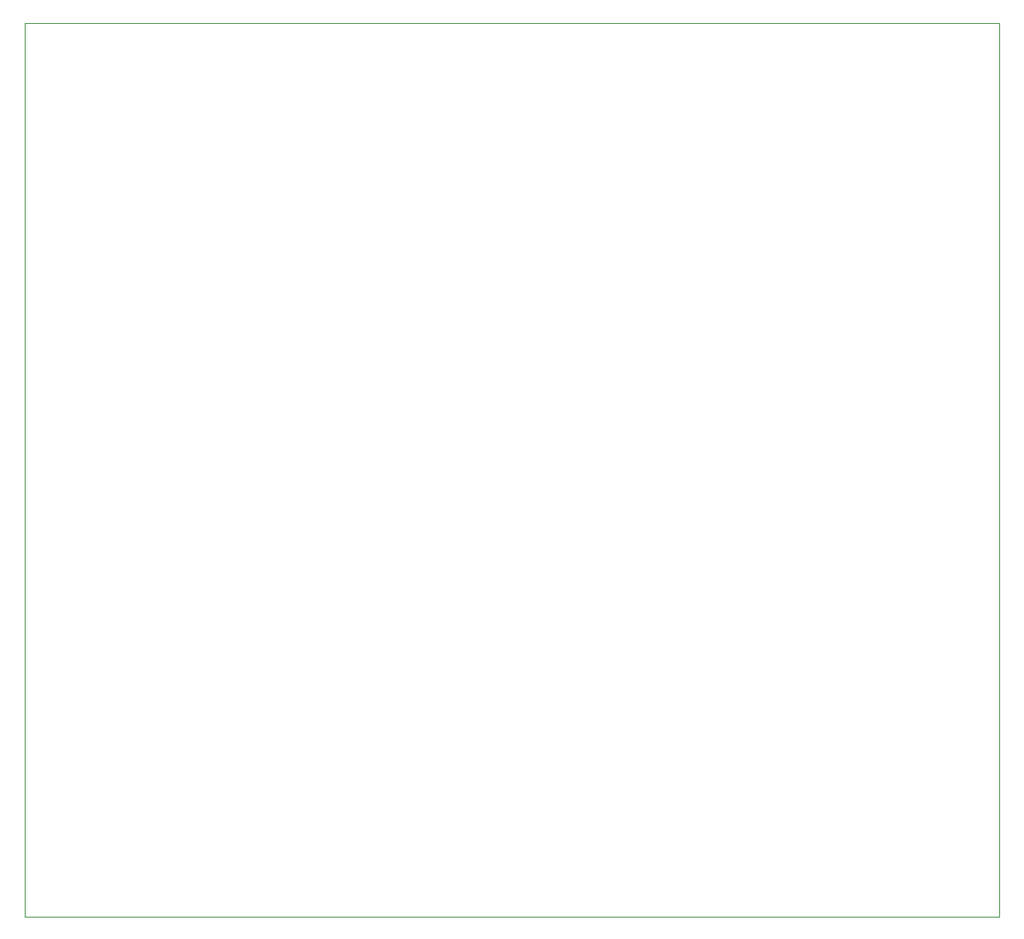
<source format=gbr>
G04 #@! TF.GenerationSoftware,KiCad,Pcbnew,(5.1.0)-1*
G04 #@! TF.CreationDate,2022-09-11T19:47:26+09:00*
G04 #@! TF.ProjectId,2022NHK_XBee_ver2,32303232-4e48-44b5-9f58-4265655f7665,rev?*
G04 #@! TF.SameCoordinates,Original*
G04 #@! TF.FileFunction,Profile,NP*
%FSLAX46Y46*%
G04 Gerber Fmt 4.6, Leading zero omitted, Abs format (unit mm)*
G04 Created by KiCad (PCBNEW (5.1.0)-1) date 2022-09-11 19:47:26*
%MOMM*%
%LPD*%
G04 APERTURE LIST*
%ADD10C,0.050000*%
G04 APERTURE END LIST*
D10*
X100000000Y-95504000D02*
X0Y-95504000D01*
X100000000Y-95504000D02*
X100000000Y-3810000D01*
X0Y-3810000D02*
X100000000Y-3810000D01*
X0Y-3810000D02*
X0Y-95504000D01*
M02*

</source>
